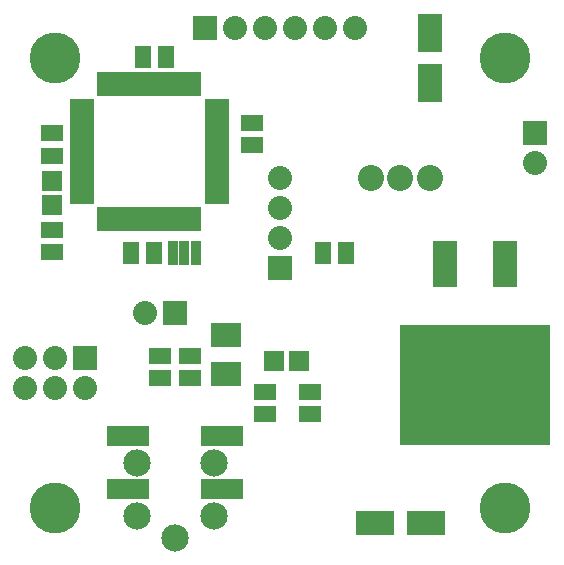
<source format=gts>
G04 (created by PCBNEW-RS274X (2011-nov-30)-testing) date Mon 11 Jun 2012 06:03:41 PM EDT*
%MOIN*%
G04 Gerber Fmt 3.4, Leading zero omitted, Abs format*
%FSLAX34Y34*%
G01*
G70*
G90*
G04 APERTURE LIST*
%ADD10C,0.006*%
%ADD11R,0.075X0.055*%
%ADD12R,0.08X0.08*%
%ADD13C,0.08*%
%ADD14C,0.0869*%
%ADD15R,0.142X0.0712*%
%ADD16C,0.0909*%
%ADD17R,0.1302X0.083*%
%ADD18R,0.083X0.1302*%
%ADD19R,0.0672X0.0672*%
%ADD20R,0.055X0.075*%
%ADD21R,0.1X0.08*%
%ADD22R,0.5003X0.4039*%
%ADD23R,0.083X0.1578*%
%ADD24R,0.08X0.036*%
%ADD25R,0.036X0.08*%
%ADD26C,0.17*%
%ADD27R,0.0318X0.083*%
G04 APERTURE END LIST*
G54D10*
G54D11*
X11000Y6375D03*
X11000Y5625D03*
X7000Y6825D03*
X7000Y7575D03*
X6000Y6825D03*
X6000Y7575D03*
X2400Y11775D03*
X2400Y11025D03*
G54D12*
X3500Y7500D03*
G54D13*
X3500Y6500D03*
X2500Y7500D03*
X2500Y6500D03*
X1500Y7500D03*
X1500Y6500D03*
G54D12*
X7500Y18500D03*
G54D13*
X8500Y18500D03*
X9500Y18500D03*
X10500Y18500D03*
X11500Y18500D03*
X12500Y18500D03*
G54D12*
X18500Y15000D03*
G54D13*
X18500Y14000D03*
G54D14*
X14984Y13500D03*
X14000Y13500D03*
X13016Y13500D03*
G54D12*
X10000Y10500D03*
G54D13*
X10000Y11500D03*
X10000Y12500D03*
X10000Y13500D03*
G54D12*
X6500Y9000D03*
G54D13*
X5500Y9000D03*
G54D15*
X8065Y4886D03*
X4935Y4886D03*
X4935Y3114D03*
X8065Y3114D03*
G54D16*
X5220Y4000D03*
X7780Y4000D03*
X5220Y2228D03*
X7780Y2228D03*
X6500Y1500D03*
G54D17*
X13154Y2000D03*
X14846Y2000D03*
G54D18*
X15000Y16654D03*
X15000Y18346D03*
G54D19*
X9787Y7400D03*
X10613Y7400D03*
X2400Y13413D03*
X2400Y12587D03*
G54D20*
X5025Y11000D03*
X5775Y11000D03*
X12175Y11000D03*
X11425Y11000D03*
G54D11*
X9500Y6375D03*
X9500Y5625D03*
X2400Y14995D03*
X2400Y14245D03*
G54D20*
X6175Y17520D03*
X5425Y17520D03*
G54D11*
X9055Y14586D03*
X9055Y15336D03*
G54D21*
X8200Y8250D03*
X8200Y6950D03*
G54D22*
X16500Y6593D03*
G54D23*
X17500Y10638D03*
X15500Y10638D03*
G54D24*
X3375Y14375D03*
X3375Y14060D03*
X3375Y13745D03*
X3375Y13430D03*
X3375Y13115D03*
X3375Y12800D03*
X3375Y14690D03*
X3375Y15005D03*
X3375Y15320D03*
X3375Y15635D03*
X3375Y15950D03*
X7875Y14375D03*
X7875Y14060D03*
X7875Y13745D03*
X7875Y13430D03*
X7875Y13115D03*
X7875Y12800D03*
X7875Y14690D03*
X7875Y15005D03*
X7875Y15320D03*
X7875Y15635D03*
X7875Y15950D03*
G54D25*
X5625Y12125D03*
X5625Y16625D03*
X5940Y12125D03*
X5940Y16625D03*
X6255Y16625D03*
X6255Y12125D03*
X6570Y12125D03*
X6570Y16625D03*
X6885Y16625D03*
X6885Y12125D03*
X7200Y12125D03*
X7200Y16625D03*
X5310Y16625D03*
X5310Y12125D03*
X4995Y12125D03*
X4995Y16625D03*
X4680Y16625D03*
X4680Y12125D03*
X4365Y12125D03*
X4365Y16625D03*
X4050Y16625D03*
X4050Y12125D03*
G54D26*
X17500Y17500D03*
X2500Y17500D03*
X2500Y2500D03*
X17500Y2500D03*
G54D27*
X6800Y11000D03*
X6426Y11000D03*
X7174Y11000D03*
M02*

</source>
